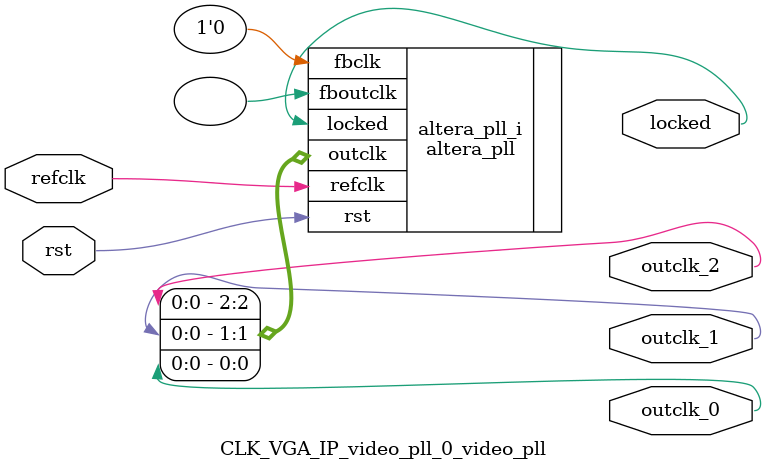
<source format=v>
`timescale 1ns/10ps
module  CLK_VGA_IP_video_pll_0_video_pll(

	// interface 'refclk'
	input wire refclk,

	// interface 'reset'
	input wire rst,

	// interface 'outclk0'
	output wire outclk_0,

	// interface 'outclk1'
	output wire outclk_1,

	// interface 'outclk2'
	output wire outclk_2,

	// interface 'locked'
	output wire locked
);

	altera_pll #(
		.fractional_vco_multiplier("false"),
		.reference_clock_frequency("50.0 MHz"),
		.operation_mode("direct"),
		.number_of_clocks(3),
		.output_clock_frequency0("25.000000 MHz"),
		.phase_shift0("0 ps"),
		.duty_cycle0(50),
		.output_clock_frequency1("25.000000 MHz"),
		.phase_shift1("0 ps"),
		.duty_cycle1(50),
		.output_clock_frequency2("33.000000 MHz"),
		.phase_shift2("0 ps"),
		.duty_cycle2(50),
		.output_clock_frequency3("0 MHz"),
		.phase_shift3("0 ps"),
		.duty_cycle3(50),
		.output_clock_frequency4("0 MHz"),
		.phase_shift4("0 ps"),
		.duty_cycle4(50),
		.output_clock_frequency5("0 MHz"),
		.phase_shift5("0 ps"),
		.duty_cycle5(50),
		.output_clock_frequency6("0 MHz"),
		.phase_shift6("0 ps"),
		.duty_cycle6(50),
		.output_clock_frequency7("0 MHz"),
		.phase_shift7("0 ps"),
		.duty_cycle7(50),
		.output_clock_frequency8("0 MHz"),
		.phase_shift8("0 ps"),
		.duty_cycle8(50),
		.output_clock_frequency9("0 MHz"),
		.phase_shift9("0 ps"),
		.duty_cycle9(50),
		.output_clock_frequency10("0 MHz"),
		.phase_shift10("0 ps"),
		.duty_cycle10(50),
		.output_clock_frequency11("0 MHz"),
		.phase_shift11("0 ps"),
		.duty_cycle11(50),
		.output_clock_frequency12("0 MHz"),
		.phase_shift12("0 ps"),
		.duty_cycle12(50),
		.output_clock_frequency13("0 MHz"),
		.phase_shift13("0 ps"),
		.duty_cycle13(50),
		.output_clock_frequency14("0 MHz"),
		.phase_shift14("0 ps"),
		.duty_cycle14(50),
		.output_clock_frequency15("0 MHz"),
		.phase_shift15("0 ps"),
		.duty_cycle15(50),
		.output_clock_frequency16("0 MHz"),
		.phase_shift16("0 ps"),
		.duty_cycle16(50),
		.output_clock_frequency17("0 MHz"),
		.phase_shift17("0 ps"),
		.duty_cycle17(50),
		.pll_type("General"),
		.pll_subtype("General")
	) altera_pll_i (
		.rst	(rst),
		.outclk	({outclk_2, outclk_1, outclk_0}),
		.locked	(locked),
		.fboutclk	( ),
		.fbclk	(1'b0),
		.refclk	(refclk)
	);
endmodule


</source>
